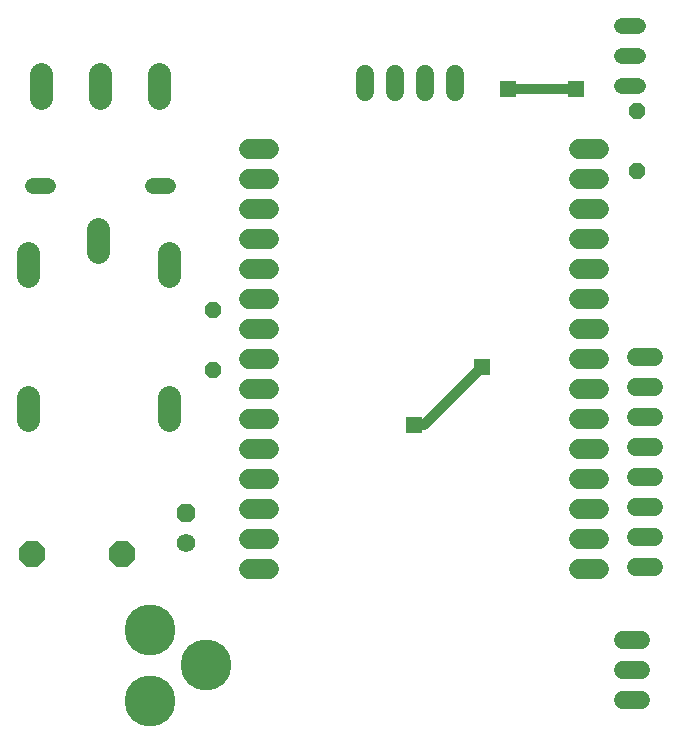
<source format=gbr>
G04 EAGLE Gerber RS-274X export*
G75*
%MOMM*%
%FSLAX34Y34*%
%LPD*%
%INTop Copper*%
%IPPOS*%
%AMOC8*
5,1,8,0,0,1.08239X$1,22.5*%
G01*
%ADD10C,1.524000*%
%ADD11P,2.336880X8X202.500000*%
%ADD12C,1.676400*%
%ADD13P,1.704548X8X112.500000*%
%ADD14C,1.574800*%
%ADD15C,1.981200*%
%ADD16C,1.320800*%
%ADD17P,1.429621X8X112.500000*%
%ADD18C,4.318000*%
%ADD19P,1.429621X8X292.500000*%
%ADD20R,1.350000X1.350000*%
%ADD21C,0.812800*%


D10*
X565193Y143261D02*
X549953Y143261D01*
X549953Y168661D02*
X565193Y168661D01*
X565193Y194061D02*
X549953Y194061D01*
X549953Y219461D02*
X565193Y219461D01*
X565193Y244861D02*
X549953Y244861D01*
X549953Y270261D02*
X565193Y270261D01*
X565193Y295661D02*
X549953Y295661D01*
X549953Y321061D02*
X565193Y321061D01*
X396207Y545568D02*
X396207Y560808D01*
X370807Y560808D02*
X370807Y545568D01*
X345407Y545568D02*
X345407Y560808D01*
X320007Y560808D02*
X320007Y545568D01*
D11*
X114900Y154930D03*
X38700Y154930D03*
D12*
X222230Y497801D02*
X238994Y497801D01*
X238994Y472401D02*
X222230Y472401D01*
X222230Y447001D02*
X238994Y447001D01*
X238994Y421601D02*
X222230Y421601D01*
X222230Y396201D02*
X238994Y396201D01*
X238994Y370801D02*
X222230Y370801D01*
X222230Y345401D02*
X238994Y345401D01*
X238994Y320001D02*
X222230Y320001D01*
X222230Y294601D02*
X238994Y294601D01*
X238994Y269201D02*
X222230Y269201D01*
X222230Y243801D02*
X238994Y243801D01*
X238994Y218401D02*
X222230Y218401D01*
X222230Y193001D02*
X238994Y193001D01*
X238994Y167601D02*
X222230Y167601D01*
X222230Y142201D02*
X238994Y142201D01*
X501630Y142201D02*
X518394Y142201D01*
X518394Y167601D02*
X501630Y167601D01*
X501630Y193001D02*
X518394Y193001D01*
X518394Y218401D02*
X501630Y218401D01*
X501630Y243801D02*
X518394Y243801D01*
X518394Y269201D02*
X501630Y269201D01*
X501630Y294601D02*
X518394Y294601D01*
X518394Y320001D02*
X501630Y320001D01*
X501630Y345401D02*
X518394Y345401D01*
X518394Y370801D02*
X501630Y370801D01*
X501630Y396201D02*
X518394Y396201D01*
X518394Y421601D02*
X501630Y421601D01*
X501630Y447001D02*
X518394Y447001D01*
X518394Y472401D02*
X501630Y472401D01*
X501630Y497801D02*
X518394Y497801D01*
D13*
X168992Y189431D03*
D14*
X168992Y164031D03*
D15*
X94590Y410021D02*
X94590Y429833D01*
X34900Y409513D02*
X34900Y389701D01*
X154280Y389701D02*
X154280Y409513D01*
X154280Y287593D02*
X154280Y267781D01*
X34900Y267781D02*
X34900Y287593D01*
X146042Y540845D02*
X146042Y560657D01*
X96004Y560657D02*
X96004Y540845D01*
X45966Y540845D02*
X45966Y560657D01*
D16*
X538201Y601970D02*
X551409Y601970D01*
X551409Y551170D02*
X538201Y551170D01*
X538201Y576570D02*
X551409Y576570D01*
D17*
X550652Y479039D03*
X550652Y529839D03*
D16*
X153698Y465796D02*
X140490Y465796D01*
X52098Y465796D02*
X38890Y465796D01*
D18*
X138574Y90258D03*
X138574Y30258D03*
X185574Y60258D03*
D19*
X191442Y361247D03*
X191442Y310447D03*
D10*
X538821Y30547D02*
X554061Y30547D01*
X554061Y55947D02*
X538821Y55947D01*
X538821Y81347D02*
X554061Y81347D01*
D20*
X441456Y548617D03*
D21*
X459178Y548501D02*
X499176Y548501D01*
X459062Y548617D02*
X441456Y548617D01*
X459062Y548617D02*
X459178Y548501D01*
D20*
X499176Y548501D03*
X419786Y313266D03*
D21*
X370268Y263748D01*
X361975Y263748D01*
D20*
X361975Y263748D03*
M02*

</source>
